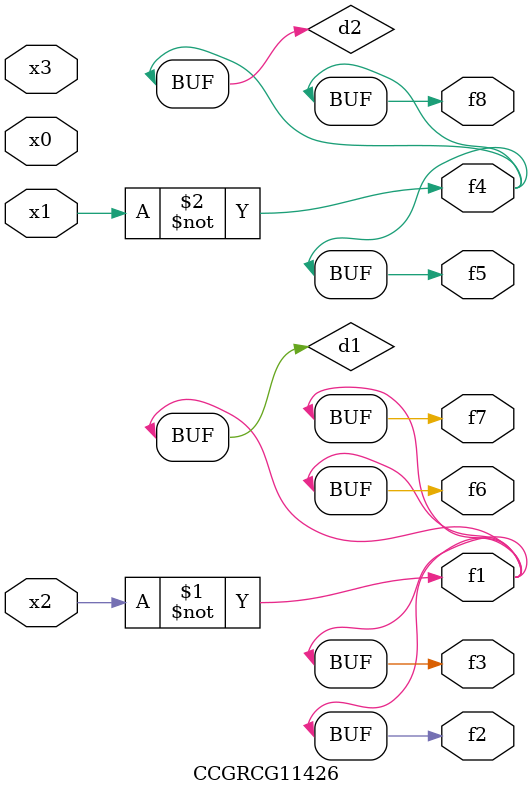
<source format=v>
module CCGRCG11426(
	input x0, x1, x2, x3,
	output f1, f2, f3, f4, f5, f6, f7, f8
);

	wire d1, d2;

	xnor (d1, x2);
	not (d2, x1);
	assign f1 = d1;
	assign f2 = d1;
	assign f3 = d1;
	assign f4 = d2;
	assign f5 = d2;
	assign f6 = d1;
	assign f7 = d1;
	assign f8 = d2;
endmodule

</source>
